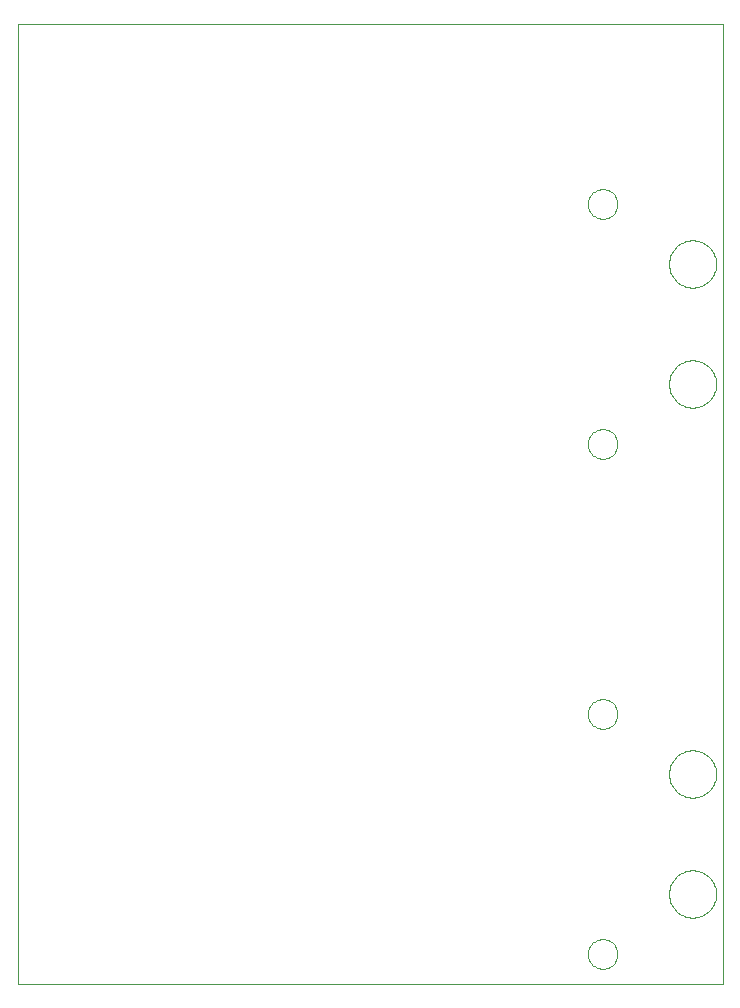
<source format=gko>
G75*
%MOIN*%
%OFA0B0*%
%FSLAX24Y24*%
%IPPOS*%
%LPD*%
%AMOC8*
5,1,8,0,0,1.08239X$1,22.5*
%
%ADD10C,0.0000*%
D10*
X002130Y000680D02*
X002130Y032680D01*
X025630Y032680D01*
X025630Y000680D01*
X002130Y000680D01*
X021138Y001680D02*
X021140Y001724D01*
X021146Y001768D01*
X021156Y001811D01*
X021169Y001853D01*
X021187Y001893D01*
X021208Y001932D01*
X021232Y001969D01*
X021259Y002004D01*
X021290Y002036D01*
X021323Y002065D01*
X021359Y002091D01*
X021397Y002113D01*
X021437Y002132D01*
X021478Y002148D01*
X021521Y002160D01*
X021564Y002168D01*
X021608Y002172D01*
X021652Y002172D01*
X021696Y002168D01*
X021739Y002160D01*
X021782Y002148D01*
X021823Y002132D01*
X021863Y002113D01*
X021901Y002091D01*
X021937Y002065D01*
X021970Y002036D01*
X022001Y002004D01*
X022028Y001969D01*
X022052Y001932D01*
X022073Y001893D01*
X022091Y001853D01*
X022104Y001811D01*
X022114Y001768D01*
X022120Y001724D01*
X022122Y001680D01*
X022120Y001636D01*
X022114Y001592D01*
X022104Y001549D01*
X022091Y001507D01*
X022073Y001467D01*
X022052Y001428D01*
X022028Y001391D01*
X022001Y001356D01*
X021970Y001324D01*
X021937Y001295D01*
X021901Y001269D01*
X021863Y001247D01*
X021823Y001228D01*
X021782Y001212D01*
X021739Y001200D01*
X021696Y001192D01*
X021652Y001188D01*
X021608Y001188D01*
X021564Y001192D01*
X021521Y001200D01*
X021478Y001212D01*
X021437Y001228D01*
X021397Y001247D01*
X021359Y001269D01*
X021323Y001295D01*
X021290Y001324D01*
X021259Y001356D01*
X021232Y001391D01*
X021208Y001428D01*
X021187Y001467D01*
X021169Y001507D01*
X021156Y001549D01*
X021146Y001592D01*
X021140Y001636D01*
X021138Y001680D01*
X023843Y003680D02*
X023845Y003736D01*
X023851Y003791D01*
X023861Y003845D01*
X023874Y003899D01*
X023892Y003952D01*
X023913Y004003D01*
X023937Y004053D01*
X023965Y004101D01*
X023997Y004147D01*
X024031Y004191D01*
X024069Y004232D01*
X024109Y004270D01*
X024152Y004305D01*
X024197Y004337D01*
X024245Y004366D01*
X024294Y004392D01*
X024345Y004414D01*
X024397Y004432D01*
X024451Y004446D01*
X024506Y004457D01*
X024561Y004464D01*
X024616Y004467D01*
X024672Y004466D01*
X024727Y004461D01*
X024782Y004452D01*
X024836Y004440D01*
X024889Y004423D01*
X024941Y004403D01*
X024991Y004379D01*
X025039Y004352D01*
X025086Y004322D01*
X025130Y004288D01*
X025172Y004251D01*
X025210Y004211D01*
X025247Y004169D01*
X025280Y004124D01*
X025309Y004078D01*
X025336Y004029D01*
X025358Y003978D01*
X025378Y003926D01*
X025393Y003872D01*
X025405Y003818D01*
X025413Y003763D01*
X025417Y003708D01*
X025417Y003652D01*
X025413Y003597D01*
X025405Y003542D01*
X025393Y003488D01*
X025378Y003434D01*
X025358Y003382D01*
X025336Y003331D01*
X025309Y003282D01*
X025280Y003236D01*
X025247Y003191D01*
X025210Y003149D01*
X025172Y003109D01*
X025130Y003072D01*
X025086Y003038D01*
X025039Y003008D01*
X024991Y002981D01*
X024941Y002957D01*
X024889Y002937D01*
X024836Y002920D01*
X024782Y002908D01*
X024727Y002899D01*
X024672Y002894D01*
X024616Y002893D01*
X024561Y002896D01*
X024506Y002903D01*
X024451Y002914D01*
X024397Y002928D01*
X024345Y002946D01*
X024294Y002968D01*
X024245Y002994D01*
X024197Y003023D01*
X024152Y003055D01*
X024109Y003090D01*
X024069Y003128D01*
X024031Y003169D01*
X023997Y003213D01*
X023965Y003259D01*
X023937Y003307D01*
X023913Y003357D01*
X023892Y003408D01*
X023874Y003461D01*
X023861Y003515D01*
X023851Y003569D01*
X023845Y003624D01*
X023843Y003680D01*
X023843Y007680D02*
X023845Y007736D01*
X023851Y007791D01*
X023861Y007845D01*
X023874Y007899D01*
X023892Y007952D01*
X023913Y008003D01*
X023937Y008053D01*
X023965Y008101D01*
X023997Y008147D01*
X024031Y008191D01*
X024069Y008232D01*
X024109Y008270D01*
X024152Y008305D01*
X024197Y008337D01*
X024245Y008366D01*
X024294Y008392D01*
X024345Y008414D01*
X024397Y008432D01*
X024451Y008446D01*
X024506Y008457D01*
X024561Y008464D01*
X024616Y008467D01*
X024672Y008466D01*
X024727Y008461D01*
X024782Y008452D01*
X024836Y008440D01*
X024889Y008423D01*
X024941Y008403D01*
X024991Y008379D01*
X025039Y008352D01*
X025086Y008322D01*
X025130Y008288D01*
X025172Y008251D01*
X025210Y008211D01*
X025247Y008169D01*
X025280Y008124D01*
X025309Y008078D01*
X025336Y008029D01*
X025358Y007978D01*
X025378Y007926D01*
X025393Y007872D01*
X025405Y007818D01*
X025413Y007763D01*
X025417Y007708D01*
X025417Y007652D01*
X025413Y007597D01*
X025405Y007542D01*
X025393Y007488D01*
X025378Y007434D01*
X025358Y007382D01*
X025336Y007331D01*
X025309Y007282D01*
X025280Y007236D01*
X025247Y007191D01*
X025210Y007149D01*
X025172Y007109D01*
X025130Y007072D01*
X025086Y007038D01*
X025039Y007008D01*
X024991Y006981D01*
X024941Y006957D01*
X024889Y006937D01*
X024836Y006920D01*
X024782Y006908D01*
X024727Y006899D01*
X024672Y006894D01*
X024616Y006893D01*
X024561Y006896D01*
X024506Y006903D01*
X024451Y006914D01*
X024397Y006928D01*
X024345Y006946D01*
X024294Y006968D01*
X024245Y006994D01*
X024197Y007023D01*
X024152Y007055D01*
X024109Y007090D01*
X024069Y007128D01*
X024031Y007169D01*
X023997Y007213D01*
X023965Y007259D01*
X023937Y007307D01*
X023913Y007357D01*
X023892Y007408D01*
X023874Y007461D01*
X023861Y007515D01*
X023851Y007569D01*
X023845Y007624D01*
X023843Y007680D01*
X021138Y009680D02*
X021140Y009724D01*
X021146Y009768D01*
X021156Y009811D01*
X021169Y009853D01*
X021187Y009893D01*
X021208Y009932D01*
X021232Y009969D01*
X021259Y010004D01*
X021290Y010036D01*
X021323Y010065D01*
X021359Y010091D01*
X021397Y010113D01*
X021437Y010132D01*
X021478Y010148D01*
X021521Y010160D01*
X021564Y010168D01*
X021608Y010172D01*
X021652Y010172D01*
X021696Y010168D01*
X021739Y010160D01*
X021782Y010148D01*
X021823Y010132D01*
X021863Y010113D01*
X021901Y010091D01*
X021937Y010065D01*
X021970Y010036D01*
X022001Y010004D01*
X022028Y009969D01*
X022052Y009932D01*
X022073Y009893D01*
X022091Y009853D01*
X022104Y009811D01*
X022114Y009768D01*
X022120Y009724D01*
X022122Y009680D01*
X022120Y009636D01*
X022114Y009592D01*
X022104Y009549D01*
X022091Y009507D01*
X022073Y009467D01*
X022052Y009428D01*
X022028Y009391D01*
X022001Y009356D01*
X021970Y009324D01*
X021937Y009295D01*
X021901Y009269D01*
X021863Y009247D01*
X021823Y009228D01*
X021782Y009212D01*
X021739Y009200D01*
X021696Y009192D01*
X021652Y009188D01*
X021608Y009188D01*
X021564Y009192D01*
X021521Y009200D01*
X021478Y009212D01*
X021437Y009228D01*
X021397Y009247D01*
X021359Y009269D01*
X021323Y009295D01*
X021290Y009324D01*
X021259Y009356D01*
X021232Y009391D01*
X021208Y009428D01*
X021187Y009467D01*
X021169Y009507D01*
X021156Y009549D01*
X021146Y009592D01*
X021140Y009636D01*
X021138Y009680D01*
X021138Y018680D02*
X021140Y018724D01*
X021146Y018768D01*
X021156Y018811D01*
X021169Y018853D01*
X021187Y018893D01*
X021208Y018932D01*
X021232Y018969D01*
X021259Y019004D01*
X021290Y019036D01*
X021323Y019065D01*
X021359Y019091D01*
X021397Y019113D01*
X021437Y019132D01*
X021478Y019148D01*
X021521Y019160D01*
X021564Y019168D01*
X021608Y019172D01*
X021652Y019172D01*
X021696Y019168D01*
X021739Y019160D01*
X021782Y019148D01*
X021823Y019132D01*
X021863Y019113D01*
X021901Y019091D01*
X021937Y019065D01*
X021970Y019036D01*
X022001Y019004D01*
X022028Y018969D01*
X022052Y018932D01*
X022073Y018893D01*
X022091Y018853D01*
X022104Y018811D01*
X022114Y018768D01*
X022120Y018724D01*
X022122Y018680D01*
X022120Y018636D01*
X022114Y018592D01*
X022104Y018549D01*
X022091Y018507D01*
X022073Y018467D01*
X022052Y018428D01*
X022028Y018391D01*
X022001Y018356D01*
X021970Y018324D01*
X021937Y018295D01*
X021901Y018269D01*
X021863Y018247D01*
X021823Y018228D01*
X021782Y018212D01*
X021739Y018200D01*
X021696Y018192D01*
X021652Y018188D01*
X021608Y018188D01*
X021564Y018192D01*
X021521Y018200D01*
X021478Y018212D01*
X021437Y018228D01*
X021397Y018247D01*
X021359Y018269D01*
X021323Y018295D01*
X021290Y018324D01*
X021259Y018356D01*
X021232Y018391D01*
X021208Y018428D01*
X021187Y018467D01*
X021169Y018507D01*
X021156Y018549D01*
X021146Y018592D01*
X021140Y018636D01*
X021138Y018680D01*
X023843Y020680D02*
X023845Y020736D01*
X023851Y020791D01*
X023861Y020845D01*
X023874Y020899D01*
X023892Y020952D01*
X023913Y021003D01*
X023937Y021053D01*
X023965Y021101D01*
X023997Y021147D01*
X024031Y021191D01*
X024069Y021232D01*
X024109Y021270D01*
X024152Y021305D01*
X024197Y021337D01*
X024245Y021366D01*
X024294Y021392D01*
X024345Y021414D01*
X024397Y021432D01*
X024451Y021446D01*
X024506Y021457D01*
X024561Y021464D01*
X024616Y021467D01*
X024672Y021466D01*
X024727Y021461D01*
X024782Y021452D01*
X024836Y021440D01*
X024889Y021423D01*
X024941Y021403D01*
X024991Y021379D01*
X025039Y021352D01*
X025086Y021322D01*
X025130Y021288D01*
X025172Y021251D01*
X025210Y021211D01*
X025247Y021169D01*
X025280Y021124D01*
X025309Y021078D01*
X025336Y021029D01*
X025358Y020978D01*
X025378Y020926D01*
X025393Y020872D01*
X025405Y020818D01*
X025413Y020763D01*
X025417Y020708D01*
X025417Y020652D01*
X025413Y020597D01*
X025405Y020542D01*
X025393Y020488D01*
X025378Y020434D01*
X025358Y020382D01*
X025336Y020331D01*
X025309Y020282D01*
X025280Y020236D01*
X025247Y020191D01*
X025210Y020149D01*
X025172Y020109D01*
X025130Y020072D01*
X025086Y020038D01*
X025039Y020008D01*
X024991Y019981D01*
X024941Y019957D01*
X024889Y019937D01*
X024836Y019920D01*
X024782Y019908D01*
X024727Y019899D01*
X024672Y019894D01*
X024616Y019893D01*
X024561Y019896D01*
X024506Y019903D01*
X024451Y019914D01*
X024397Y019928D01*
X024345Y019946D01*
X024294Y019968D01*
X024245Y019994D01*
X024197Y020023D01*
X024152Y020055D01*
X024109Y020090D01*
X024069Y020128D01*
X024031Y020169D01*
X023997Y020213D01*
X023965Y020259D01*
X023937Y020307D01*
X023913Y020357D01*
X023892Y020408D01*
X023874Y020461D01*
X023861Y020515D01*
X023851Y020569D01*
X023845Y020624D01*
X023843Y020680D01*
X023843Y024680D02*
X023845Y024736D01*
X023851Y024791D01*
X023861Y024845D01*
X023874Y024899D01*
X023892Y024952D01*
X023913Y025003D01*
X023937Y025053D01*
X023965Y025101D01*
X023997Y025147D01*
X024031Y025191D01*
X024069Y025232D01*
X024109Y025270D01*
X024152Y025305D01*
X024197Y025337D01*
X024245Y025366D01*
X024294Y025392D01*
X024345Y025414D01*
X024397Y025432D01*
X024451Y025446D01*
X024506Y025457D01*
X024561Y025464D01*
X024616Y025467D01*
X024672Y025466D01*
X024727Y025461D01*
X024782Y025452D01*
X024836Y025440D01*
X024889Y025423D01*
X024941Y025403D01*
X024991Y025379D01*
X025039Y025352D01*
X025086Y025322D01*
X025130Y025288D01*
X025172Y025251D01*
X025210Y025211D01*
X025247Y025169D01*
X025280Y025124D01*
X025309Y025078D01*
X025336Y025029D01*
X025358Y024978D01*
X025378Y024926D01*
X025393Y024872D01*
X025405Y024818D01*
X025413Y024763D01*
X025417Y024708D01*
X025417Y024652D01*
X025413Y024597D01*
X025405Y024542D01*
X025393Y024488D01*
X025378Y024434D01*
X025358Y024382D01*
X025336Y024331D01*
X025309Y024282D01*
X025280Y024236D01*
X025247Y024191D01*
X025210Y024149D01*
X025172Y024109D01*
X025130Y024072D01*
X025086Y024038D01*
X025039Y024008D01*
X024991Y023981D01*
X024941Y023957D01*
X024889Y023937D01*
X024836Y023920D01*
X024782Y023908D01*
X024727Y023899D01*
X024672Y023894D01*
X024616Y023893D01*
X024561Y023896D01*
X024506Y023903D01*
X024451Y023914D01*
X024397Y023928D01*
X024345Y023946D01*
X024294Y023968D01*
X024245Y023994D01*
X024197Y024023D01*
X024152Y024055D01*
X024109Y024090D01*
X024069Y024128D01*
X024031Y024169D01*
X023997Y024213D01*
X023965Y024259D01*
X023937Y024307D01*
X023913Y024357D01*
X023892Y024408D01*
X023874Y024461D01*
X023861Y024515D01*
X023851Y024569D01*
X023845Y024624D01*
X023843Y024680D01*
X021138Y026680D02*
X021140Y026724D01*
X021146Y026768D01*
X021156Y026811D01*
X021169Y026853D01*
X021187Y026893D01*
X021208Y026932D01*
X021232Y026969D01*
X021259Y027004D01*
X021290Y027036D01*
X021323Y027065D01*
X021359Y027091D01*
X021397Y027113D01*
X021437Y027132D01*
X021478Y027148D01*
X021521Y027160D01*
X021564Y027168D01*
X021608Y027172D01*
X021652Y027172D01*
X021696Y027168D01*
X021739Y027160D01*
X021782Y027148D01*
X021823Y027132D01*
X021863Y027113D01*
X021901Y027091D01*
X021937Y027065D01*
X021970Y027036D01*
X022001Y027004D01*
X022028Y026969D01*
X022052Y026932D01*
X022073Y026893D01*
X022091Y026853D01*
X022104Y026811D01*
X022114Y026768D01*
X022120Y026724D01*
X022122Y026680D01*
X022120Y026636D01*
X022114Y026592D01*
X022104Y026549D01*
X022091Y026507D01*
X022073Y026467D01*
X022052Y026428D01*
X022028Y026391D01*
X022001Y026356D01*
X021970Y026324D01*
X021937Y026295D01*
X021901Y026269D01*
X021863Y026247D01*
X021823Y026228D01*
X021782Y026212D01*
X021739Y026200D01*
X021696Y026192D01*
X021652Y026188D01*
X021608Y026188D01*
X021564Y026192D01*
X021521Y026200D01*
X021478Y026212D01*
X021437Y026228D01*
X021397Y026247D01*
X021359Y026269D01*
X021323Y026295D01*
X021290Y026324D01*
X021259Y026356D01*
X021232Y026391D01*
X021208Y026428D01*
X021187Y026467D01*
X021169Y026507D01*
X021156Y026549D01*
X021146Y026592D01*
X021140Y026636D01*
X021138Y026680D01*
M02*

</source>
